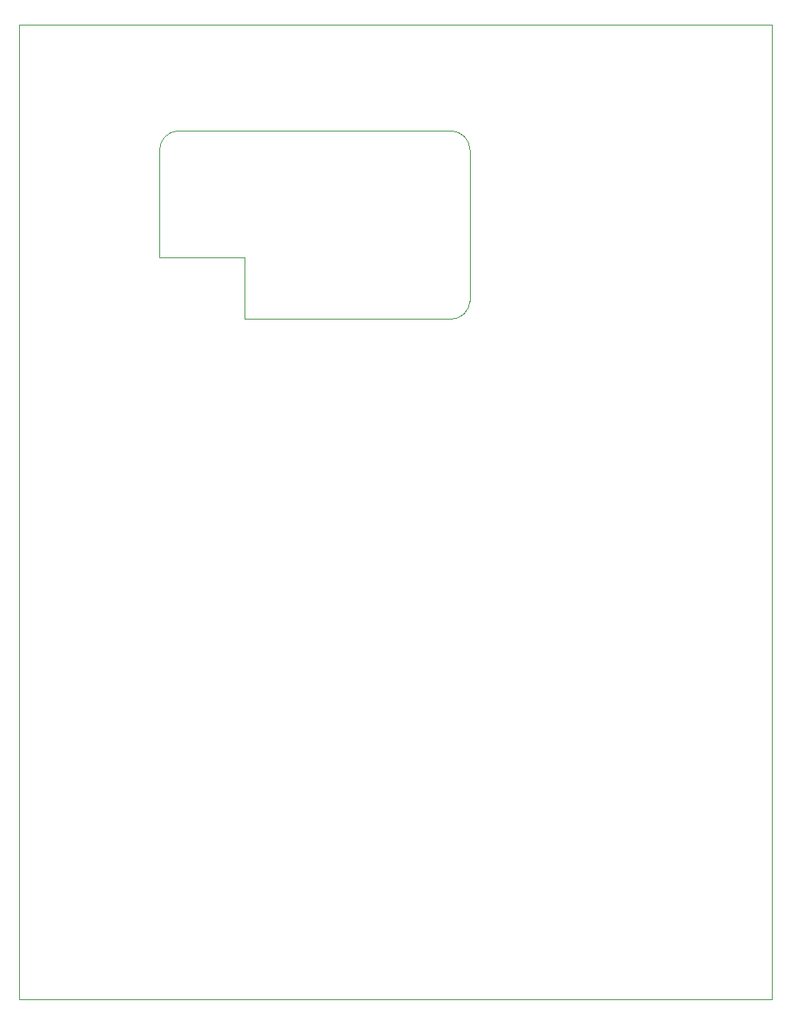
<source format=gm1>
G04 #@! TF.GenerationSoftware,KiCad,Pcbnew,7.0.1-0*
G04 #@! TF.CreationDate,2023-03-19T01:56:14-04:00*
G04 #@! TF.ProjectId,solar-cell-pcbs-usb,736f6c61-722d-4636-956c-6c2d70636273,3*
G04 #@! TF.SameCoordinates,Original*
G04 #@! TF.FileFunction,Profile,NP*
%FSLAX46Y46*%
G04 Gerber Fmt 4.6, Leading zero omitted, Abs format (unit mm)*
G04 Created by KiCad (PCBNEW 7.0.1-0) date 2023-03-19 01:56:14*
%MOMM*%
%LPD*%
G01*
G04 APERTURE LIST*
G04 #@! TA.AperFunction,Profile*
%ADD10C,0.100000*%
G04 #@! TD*
G04 APERTURE END LIST*
D10*
X143600000Y-38750000D02*
X152100000Y-38750000D01*
X96000000Y-70000000D02*
X96000000Y-63400000D01*
X80600000Y-142250000D02*
X88600000Y-142250000D01*
X135600000Y-142250000D02*
X88600000Y-142250000D01*
X80650000Y-38750000D02*
X88650000Y-38750000D01*
X135600000Y-38750000D02*
X143600000Y-38750000D01*
X152100000Y-38750000D02*
X152100000Y-142250000D01*
X80600000Y-142250000D02*
X72100000Y-142250000D01*
X87000000Y-63400000D02*
X87019447Y-52023594D01*
X143600000Y-142250000D02*
X152100000Y-142250000D01*
X96000000Y-70000000D02*
X117994360Y-70000000D01*
X117994360Y-69999968D02*
G75*
G03*
X119999999Y-68085786I-3860J2011868D01*
G01*
X119999968Y-52015710D02*
G75*
G03*
X117989127Y-50000000I-2041368J-25590D01*
G01*
X89000000Y-49999991D02*
G75*
G03*
X87019447Y-52023594I28300J-2008709D01*
G01*
X135600000Y-142250000D02*
X143600000Y-142250000D01*
X120000000Y-52015710D02*
X120000000Y-68085786D01*
X88650000Y-38750000D02*
X135600000Y-38750000D01*
X89000000Y-50000000D02*
X117989127Y-50000000D01*
X80650000Y-38750000D02*
X72100000Y-38750000D01*
X72100000Y-142250000D02*
X72100000Y-38750000D01*
X96000000Y-63400000D02*
X87000000Y-63400000D01*
M02*

</source>
